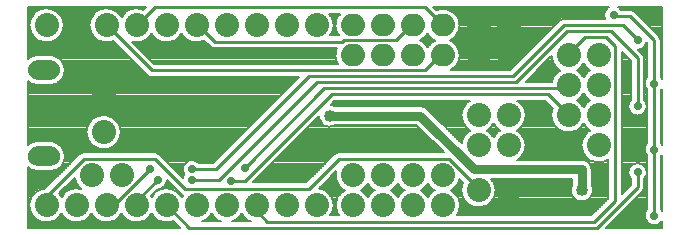
<source format=gbr>
G04 DipTrace 2.4.0.2*
%INBottom.gbr*%
%MOIN*%
%ADD14C,0.03*%
%ADD16C,0.01*%
%ADD17C,0.007*%
%ADD18C,0.08*%
%ADD20O,0.08X0.075*%
%ADD22C,0.08*%
%ADD23C,0.028*%
%ADD25C,0.04*%
%FSLAX44Y44*%
G04*
G70*
G90*
G75*
G01*
%LNBottom*%
%LPD*%
X11790Y4940D2*
D16*
Y4740D1*
X12140Y4390D1*
X23040D1*
X23740Y5090D1*
Y10240D1*
X23440Y10540D1*
X22740D1*
X22140Y9940D1*
X22190D1*
Y8940D2*
X22090Y8840D1*
X14040D1*
X11390Y6190D1*
X22190Y7940D2*
X21490Y8640D1*
X14290D1*
X11390Y5740D1*
X10940D1*
X9790Y10940D2*
Y10990D1*
X10390Y10390D1*
X14640D1*
X14690Y10440D1*
X16440D1*
X16940Y10940D1*
Y10990D1*
X16990Y10940D1*
X17990D2*
X17390Y11540D1*
X8390D1*
X7790Y10940D1*
X14234Y7934D2*
D14*
X17246D1*
X19040Y6140D1*
X22640D1*
Y5440D1*
X4790Y4940D2*
D16*
Y5240D1*
X6040Y6490D1*
X8390D1*
X9390Y5490D1*
X13540D1*
X14540Y6490D1*
X18190D1*
X19240Y5440D1*
X19190D1*
X23690Y11290D2*
Y11240D1*
X24240D1*
X25040Y10440D1*
Y8990D1*
Y6790D1*
Y4590D2*
Y6790D1*
X24490Y6038D2*
Y5540D1*
X23140Y4190D1*
X9540D1*
X8790Y4940D1*
X24490Y10440D2*
X23990Y10940D1*
X22040D1*
X20340Y9240D1*
X13540D1*
X10440Y6140D1*
X9640D1*
X8240D2*
X7040Y4940D1*
X6790D1*
X24490Y8243D2*
Y9840D1*
X23590Y10740D1*
X22140D1*
X20440Y9040D1*
X13790D1*
X10540Y5790D1*
X9640D1*
X8490D2*
X7640Y4940D1*
X7790D1*
X17990Y9940D2*
Y10040D1*
X17390Y9440D1*
X8290D1*
X6790Y10940D1*
D23*
X11390Y6190D3*
X10940Y5740D3*
D25*
X14234Y7934D3*
X22640Y5440D3*
D23*
X23690Y11290D3*
X24490Y6038D3*
Y10440D3*
X9640Y6140D3*
X8240D3*
X24490Y8243D3*
X9640Y5790D3*
X8490D3*
X25040Y8990D3*
Y6790D3*
Y4590D3*
X21690Y11290D3*
X4182Y11486D2*
D17*
X4629D1*
X4951D2*
X6629D1*
X6951D2*
X7629D1*
X7951D2*
X8022D1*
X17758D2*
X23446D1*
X23933D2*
X25298D1*
X4182Y11418D2*
X4476D1*
X5103D2*
X6476D1*
X7104D2*
X7476D1*
X18280D2*
X23403D1*
X24373D2*
X25298D1*
X4182Y11349D2*
X4389D1*
X5191D2*
X6389D1*
X7190D2*
X7390D1*
X18378D2*
X23381D1*
X24445D2*
X25298D1*
X4182Y11280D2*
X4328D1*
X5251D2*
X6329D1*
X7252D2*
X7328D1*
X14252D2*
X14535D1*
X18445D2*
X23376D1*
X24514D2*
X25298D1*
X4182Y11212D2*
X4284D1*
X5296D2*
X6285D1*
X14295D2*
X14488D1*
X18492D2*
X23386D1*
X24583D2*
X25298D1*
X4182Y11143D2*
X4253D1*
X5328D2*
X6253D1*
X14327D2*
X14455D1*
X18525D2*
X21954D1*
X24652D2*
X25298D1*
X4182Y11074D2*
X4231D1*
X5348D2*
X6231D1*
X14349D2*
X14432D1*
X18548D2*
X21860D1*
X24721D2*
X25298D1*
X4182Y11005D2*
X4219D1*
X5361D2*
X6219D1*
X14361D2*
X14419D1*
X18561D2*
X21791D1*
X24789D2*
X25298D1*
X4182Y10937D2*
X4216D1*
X5365D2*
X6215D1*
X14364D2*
X14416D1*
X18564D2*
X21722D1*
X24858D2*
X25298D1*
X4182Y10868D2*
X4220D1*
X5361D2*
X6220D1*
X14360D2*
X14420D1*
X18560D2*
X21653D1*
X24927D2*
X25298D1*
X4182Y10799D2*
X4233D1*
X5347D2*
X6234D1*
X14347D2*
X14433D1*
X18546D2*
X21584D1*
X24996D2*
X25298D1*
X4182Y10731D2*
X4255D1*
X5324D2*
X6255D1*
X14325D2*
X14457D1*
X18523D2*
X21517D1*
X25064D2*
X25298D1*
X4182Y10662D2*
X4288D1*
X5292D2*
X6288D1*
X14292D2*
X14492D1*
X18488D2*
X21448D1*
X25132D2*
X25298D1*
X4182Y10593D2*
X4334D1*
X5247D2*
X6333D1*
X8247D2*
X8334D1*
X9247D2*
X9333D1*
X17440D2*
X17541D1*
X18440D2*
X21379D1*
X25201D2*
X25298D1*
X4182Y10525D2*
X4396D1*
X5184D2*
X6397D1*
X8183D2*
X8396D1*
X9184D2*
X9397D1*
X17371D2*
X17609D1*
X18371D2*
X21310D1*
X25247D2*
X25298D1*
X4182Y10456D2*
X4487D1*
X5094D2*
X6486D1*
X8094D2*
X8487D1*
X9093D2*
X9486D1*
X17267D2*
X17712D1*
X18267D2*
X21241D1*
X25263D2*
X25298D1*
X4182Y10387D2*
X4653D1*
X4926D2*
X6654D1*
X6926D2*
X7028D1*
X7926D2*
X8654D1*
X8926D2*
X9654D1*
X9926D2*
X10078D1*
X17329D2*
X17651D1*
X18329D2*
X21173D1*
X25265D2*
X25298D1*
X4182Y10319D2*
X7097D1*
X7726D2*
X10147D1*
X17410D2*
X17569D1*
X18411D2*
X21104D1*
X24780D2*
X24816D1*
X25265D2*
X25298D1*
X4182Y10250D2*
X7165D1*
X7795D2*
X10216D1*
X17467D2*
X17512D1*
X18467D2*
X21035D1*
X24738D2*
X24815D1*
X25265D2*
X25298D1*
X4182Y10181D2*
X7234D1*
X7863D2*
X10322D1*
X18508D2*
X20966D1*
X24663D2*
X24815D1*
X25265D2*
X25298D1*
X4182Y10113D2*
X7303D1*
X7932D2*
X14443D1*
X18537D2*
X20897D1*
X24532D2*
X24815D1*
X25265D2*
X25298D1*
X4182Y10044D2*
X7371D1*
X8001D2*
X14426D1*
X18554D2*
X20830D1*
X24601D2*
X24815D1*
X25265D2*
X25298D1*
X4182Y9975D2*
X7440D1*
X8070D2*
X14417D1*
X18563D2*
X20761D1*
X23964D2*
X24040D1*
X24667D2*
X24815D1*
X25265D2*
X25298D1*
X4182Y9906D2*
X4297D1*
X5107D2*
X7509D1*
X8139D2*
X14417D1*
X18563D2*
X20692D1*
X23964D2*
X24109D1*
X24705D2*
X24815D1*
X25265D2*
X25298D1*
X5207Y9838D2*
X7578D1*
X8206D2*
X14425D1*
X18554D2*
X20623D1*
X21552D2*
X21625D1*
X23964D2*
X24178D1*
X24714D2*
X24815D1*
X25265D2*
X25298D1*
X5291Y9769D2*
X7647D1*
X8275D2*
X14443D1*
X18537D2*
X20554D1*
X21483D2*
X21641D1*
X23964D2*
X24247D1*
X24714D2*
X24815D1*
X25265D2*
X25298D1*
X5332Y9700D2*
X7714D1*
X8344D2*
X14472D1*
X18508D2*
X20486D1*
X21416D2*
X21669D1*
X23964D2*
X24265D1*
X24714D2*
X24815D1*
X25265D2*
X25298D1*
X5365Y9632D2*
X7783D1*
X18468D2*
X20417D1*
X21347D2*
X21707D1*
X22673D2*
X22706D1*
X23964D2*
X24265D1*
X24714D2*
X24815D1*
X25265D2*
X25298D1*
X5394Y9563D2*
X7852D1*
X18412D2*
X20348D1*
X21278D2*
X21758D1*
X22621D2*
X22759D1*
X23964D2*
X24265D1*
X24714D2*
X24815D1*
X25265D2*
X25298D1*
X5400Y9494D2*
X7921D1*
X18331D2*
X20279D1*
X21209D2*
X21832D1*
X22549D2*
X22831D1*
X23964D2*
X24265D1*
X24714D2*
X24815D1*
X25265D2*
X25298D1*
X5400Y9426D2*
X7990D1*
X21140D2*
X21889D1*
X22491D2*
X22889D1*
X23964D2*
X24265D1*
X24714D2*
X24815D1*
X25265D2*
X25298D1*
X5399Y9357D2*
X8058D1*
X21072D2*
X21798D1*
X22582D2*
X22798D1*
X23964D2*
X24265D1*
X24714D2*
X24815D1*
X25265D2*
X25298D1*
X5377Y9288D2*
X8127D1*
X21003D2*
X21735D1*
X22645D2*
X22735D1*
X23964D2*
X24265D1*
X24714D2*
X24815D1*
X25265D2*
X25298D1*
X5344Y9220D2*
X13205D1*
X20934D2*
X21689D1*
X23964D2*
X24265D1*
X24714D2*
X24815D1*
X25265D2*
X25298D1*
X5310Y9151D2*
X13136D1*
X20866D2*
X21657D1*
X23964D2*
X24265D1*
X24714D2*
X24770D1*
X5240Y9082D2*
X13067D1*
X20797D2*
X21634D1*
X23964D2*
X24265D1*
X24714D2*
X24740D1*
X4182Y9014D2*
X4249D1*
X5154D2*
X12998D1*
X23964D2*
X24265D1*
X4182Y8945D2*
X4492D1*
X4911D2*
X12931D1*
X23964D2*
X24265D1*
X4182Y8876D2*
X12862D1*
X23964D2*
X24265D1*
X24714D2*
X24747D1*
X4182Y8807D2*
X12793D1*
X23964D2*
X24265D1*
X24714D2*
X24786D1*
X4182Y8739D2*
X12724D1*
X23964D2*
X24265D1*
X24714D2*
X24815D1*
X25265D2*
X25298D1*
X4182Y8670D2*
X12655D1*
X23964D2*
X24265D1*
X24714D2*
X24815D1*
X25265D2*
X25298D1*
X4182Y8601D2*
X12587D1*
X22653D2*
X22727D1*
X23964D2*
X24265D1*
X24714D2*
X24815D1*
X25265D2*
X25298D1*
X4182Y8533D2*
X12518D1*
X22593D2*
X22787D1*
X23964D2*
X24265D1*
X24714D2*
X24815D1*
X25265D2*
X25298D1*
X4182Y8464D2*
X12449D1*
X22506D2*
X22874D1*
X23964D2*
X24265D1*
X24714D2*
X24815D1*
X25265D2*
X25298D1*
X4182Y8395D2*
X12380D1*
X14360D2*
X18844D1*
X20536D2*
X21420D1*
X22536D2*
X22844D1*
X23964D2*
X24216D1*
X24764D2*
X24815D1*
X25265D2*
X25298D1*
X4182Y8327D2*
X12312D1*
X14291D2*
X18768D1*
X20613D2*
X21488D1*
X22612D2*
X22768D1*
X23964D2*
X24187D1*
X24793D2*
X24815D1*
X25265D2*
X25298D1*
X4182Y8258D2*
X12244D1*
X14416D2*
X18713D1*
X20668D2*
X21557D1*
X22667D2*
X22713D1*
X23964D2*
X24175D1*
X25265D2*
X25298D1*
X4182Y8189D2*
X12175D1*
X17442D2*
X18673D1*
X20707D2*
X21626D1*
X23964D2*
X24180D1*
X25265D2*
X25298D1*
X4182Y8121D2*
X12106D1*
X17515D2*
X18645D1*
X20735D2*
X21644D1*
X23964D2*
X24201D1*
X24779D2*
X24816D1*
X25265D2*
X25298D1*
X4182Y8052D2*
X12037D1*
X17584D2*
X18627D1*
X20754D2*
X21627D1*
X23964D2*
X24242D1*
X24738D2*
X24815D1*
X25265D2*
X25298D1*
X4182Y7983D2*
X11968D1*
X17653D2*
X18617D1*
X20763D2*
X21617D1*
X23964D2*
X24318D1*
X24662D2*
X24815D1*
X25265D2*
X25298D1*
X4182Y7915D2*
X6492D1*
X6888D2*
X11900D1*
X17722D2*
X18616D1*
X20764D2*
X21616D1*
X23964D2*
X24815D1*
X25265D2*
X25298D1*
X4182Y7846D2*
X6358D1*
X7022D2*
X11831D1*
X13811D2*
X13871D1*
X17790D2*
X18624D1*
X20757D2*
X21624D1*
X23964D2*
X24815D1*
X25265D2*
X25298D1*
X4182Y7777D2*
X6277D1*
X7103D2*
X11762D1*
X13742D2*
X13895D1*
X17859D2*
X18639D1*
X20741D2*
X21639D1*
X23964D2*
X24815D1*
X25265D2*
X25298D1*
X4182Y7708D2*
X6220D1*
X7160D2*
X11694D1*
X13673D2*
X13938D1*
X17928D2*
X18665D1*
X20716D2*
X21665D1*
X23964D2*
X24815D1*
X25265D2*
X25298D1*
X4182Y7640D2*
X6178D1*
X7201D2*
X11625D1*
X13604D2*
X14008D1*
X17997D2*
X18701D1*
X19679D2*
X19702D1*
X20678D2*
X21701D1*
X22679D2*
X22701D1*
X23964D2*
X24815D1*
X25265D2*
X25298D1*
X4182Y7571D2*
X6148D1*
X7232D2*
X11557D1*
X13536D2*
X14172D1*
X14298D2*
X17152D1*
X18066D2*
X18752D1*
X19628D2*
X19751D1*
X20628D2*
X21752D1*
X22629D2*
X22751D1*
X23964D2*
X24815D1*
X25265D2*
X25298D1*
X4182Y7502D2*
X6129D1*
X7252D2*
X11488D1*
X13467D2*
X17221D1*
X18133D2*
X18822D1*
X19558D2*
X19821D1*
X20558D2*
X21822D1*
X22559D2*
X22821D1*
X23964D2*
X24815D1*
X25265D2*
X25298D1*
X4182Y7434D2*
X6118D1*
X7263D2*
X11419D1*
X13398D2*
X17290D1*
X18202D2*
X18904D1*
X19476D2*
X19903D1*
X20477D2*
X21927D1*
X22454D2*
X22903D1*
X23964D2*
X24815D1*
X25265D2*
X25298D1*
X4182Y7365D2*
X6115D1*
X7265D2*
X11350D1*
X13330D2*
X17359D1*
X18271D2*
X18807D1*
X19573D2*
X19807D1*
X20573D2*
X22807D1*
X23964D2*
X24815D1*
X25265D2*
X25298D1*
X4182Y7296D2*
X6122D1*
X7258D2*
X11281D1*
X13261D2*
X17427D1*
X18340D2*
X18742D1*
X19638D2*
X19741D1*
X20639D2*
X22742D1*
X23964D2*
X24815D1*
X25265D2*
X25298D1*
X4182Y7228D2*
X6136D1*
X7244D2*
X11213D1*
X13193D2*
X17496D1*
X18409D2*
X18694D1*
X20686D2*
X22693D1*
X23964D2*
X24815D1*
X25265D2*
X25298D1*
X4182Y7159D2*
X6160D1*
X7220D2*
X11144D1*
X13124D2*
X17565D1*
X18477D2*
X18660D1*
X20721D2*
X22659D1*
X23964D2*
X24815D1*
X25265D2*
X25298D1*
X4182Y7090D2*
X6195D1*
X7185D2*
X11076D1*
X13055D2*
X17634D1*
X18546D2*
X18636D1*
X20744D2*
X22635D1*
X23964D2*
X24815D1*
X25265D2*
X25298D1*
X4182Y7022D2*
X4272D1*
X5132D2*
X6243D1*
X7137D2*
X11007D1*
X12986D2*
X17703D1*
X20758D2*
X22621D1*
X23964D2*
X24815D1*
X25265D2*
X25298D1*
X5222Y6953D2*
X6309D1*
X7071D2*
X10938D1*
X12917D2*
X17770D1*
X20765D2*
X22616D1*
X23964D2*
X24773D1*
X5300Y6884D2*
X6407D1*
X6973D2*
X10870D1*
X12849D2*
X17839D1*
X20762D2*
X22618D1*
X23964D2*
X24740D1*
X5338Y6816D2*
X6625D1*
X6755D2*
X10801D1*
X12781D2*
X17908D1*
X20751D2*
X22629D1*
X23964D2*
X24727D1*
X5370Y6747D2*
X10732D1*
X12712D2*
X17977D1*
X20731D2*
X22650D1*
X23964D2*
X24729D1*
X5397Y6678D2*
X5924D1*
X8506D2*
X10663D1*
X12643D2*
X14424D1*
X20700D2*
X22679D1*
X23964D2*
X24746D1*
X5400Y6609D2*
X5845D1*
X8585D2*
X10594D1*
X12574D2*
X14345D1*
X20659D2*
X22722D1*
X23964D2*
X24784D1*
X5400Y6541D2*
X5776D1*
X8654D2*
X10527D1*
X12506D2*
X14276D1*
X20601D2*
X22780D1*
X23964D2*
X24815D1*
X25265D2*
X25298D1*
X5398Y6472D2*
X5707D1*
X8723D2*
X10458D1*
X12437D2*
X14207D1*
X20519D2*
X22862D1*
X23964D2*
X24815D1*
X25265D2*
X25298D1*
X5373Y6403D2*
X5639D1*
X8792D2*
X9474D1*
X9806D2*
X10389D1*
X12368D2*
X14139D1*
X22824D2*
X22997D1*
X23382D2*
X23516D1*
X23964D2*
X24815D1*
X25265D2*
X25298D1*
X5339Y6335D2*
X5570D1*
X8861D2*
X9394D1*
X12299D2*
X14070D1*
X22898D2*
X23516D1*
X23964D2*
X24402D1*
X24578D2*
X24815D1*
X25265D2*
X25298D1*
X5303Y6266D2*
X5502D1*
X8928D2*
X9353D1*
X12230D2*
X14001D1*
X22938D2*
X23516D1*
X23964D2*
X24276D1*
X24703D2*
X24815D1*
X25265D2*
X25298D1*
X5227Y6197D2*
X5433D1*
X8997D2*
X9331D1*
X12163D2*
X13932D1*
X22959D2*
X23516D1*
X23964D2*
X24220D1*
X24760D2*
X24815D1*
X25265D2*
X25298D1*
X4182Y6129D2*
X4265D1*
X5138D2*
X5364D1*
X9066D2*
X9326D1*
X12094D2*
X13864D1*
X22964D2*
X23516D1*
X23964D2*
X24189D1*
X24791D2*
X24815D1*
X25265D2*
X25298D1*
X4182Y6060D2*
X5295D1*
X9135D2*
X9337D1*
X12025D2*
X13796D1*
X22964D2*
X23516D1*
X23964D2*
X24177D1*
X25265D2*
X25298D1*
X4182Y5991D2*
X5226D1*
X9204D2*
X9364D1*
X11956D2*
X13727D1*
X14356D2*
X14428D1*
X22964D2*
X23516D1*
X23964D2*
X24179D1*
X25265D2*
X25298D1*
X4182Y5923D2*
X5158D1*
X9272D2*
X9355D1*
X11887D2*
X13658D1*
X14288D2*
X14426D1*
X22964D2*
X23516D1*
X23964D2*
X24198D1*
X24782D2*
X24816D1*
X25265D2*
X25298D1*
X4182Y5854D2*
X5089D1*
X11819D2*
X13589D1*
X14219D2*
X14432D1*
X22964D2*
X23516D1*
X23964D2*
X24237D1*
X24743D2*
X24815D1*
X25265D2*
X25298D1*
X4182Y5785D2*
X5021D1*
X5650D2*
X5737D1*
X11750D2*
X13520D1*
X14150D2*
X14447D1*
X18553D2*
X18580D1*
X19647D2*
X22315D1*
X22964D2*
X23516D1*
X23964D2*
X24265D1*
X24714D2*
X24815D1*
X25265D2*
X25298D1*
X4182Y5717D2*
X4952D1*
X5581D2*
X5761D1*
X8796D2*
X8849D1*
X11681D2*
X13452D1*
X14081D2*
X14472D1*
X18529D2*
X18649D1*
X19693D2*
X22315D1*
X22964D2*
X23516D1*
X23964D2*
X24265D1*
X24714D2*
X24815D1*
X25265D2*
X25298D1*
X4182Y5648D2*
X4883D1*
X5513D2*
X5796D1*
X8770D2*
X8918D1*
X14012D2*
X14507D1*
X18493D2*
X18655D1*
X19725D2*
X22315D1*
X22964D2*
X23516D1*
X23964D2*
X24265D1*
X24714D2*
X24815D1*
X25265D2*
X25298D1*
X4182Y5579D2*
X4815D1*
X5444D2*
X5845D1*
X8721D2*
X8987D1*
X13944D2*
X14555D1*
X15445D2*
X15554D1*
X16446D2*
X16555D1*
X17445D2*
X17555D1*
X18445D2*
X18632D1*
X19748D2*
X22293D1*
X22987D2*
X23516D1*
X23964D2*
X24215D1*
X24714D2*
X24815D1*
X25265D2*
X25298D1*
X4182Y5510D2*
X4746D1*
X5375D2*
X5912D1*
X8625D2*
X9054D1*
X13875D2*
X14622D1*
X15378D2*
X15622D1*
X16378D2*
X16622D1*
X17378D2*
X17622D1*
X18378D2*
X18620D1*
X19760D2*
X22272D1*
X23008D2*
X23516D1*
X23964D2*
X24146D1*
X24712D2*
X24815D1*
X25265D2*
X25298D1*
X4182Y5442D2*
X4517D1*
X5307D2*
X5518D1*
X8457D2*
X8517D1*
X9062D2*
X9123D1*
X14062D2*
X14721D1*
X15279D2*
X15721D1*
X16279D2*
X16722D1*
X17279D2*
X17721D1*
X18279D2*
X18616D1*
X19764D2*
X22266D1*
X23015D2*
X23516D1*
X23964D2*
X24077D1*
X24691D2*
X24815D1*
X25265D2*
X25298D1*
X4182Y5373D2*
X4416D1*
X5238D2*
X5417D1*
X8388D2*
X8417D1*
X9163D2*
X9192D1*
X14164D2*
X14626D1*
X15374D2*
X15627D1*
X16373D2*
X16626D1*
X17374D2*
X17626D1*
X18374D2*
X18619D1*
X19761D2*
X22271D1*
X23008D2*
X23516D1*
X23964D2*
X24008D1*
X24638D2*
X24815D1*
X25265D2*
X25298D1*
X4182Y5304D2*
X4348D1*
X5233D2*
X5348D1*
X8319D2*
X8347D1*
X9232D2*
X9270D1*
X14232D2*
X14558D1*
X15442D2*
X15558D1*
X16442D2*
X16557D1*
X17442D2*
X17558D1*
X18442D2*
X18632D1*
X19748D2*
X22291D1*
X22988D2*
X23516D1*
X24569D2*
X24815D1*
X25265D2*
X25298D1*
X4182Y5236D2*
X4299D1*
X14281D2*
X14509D1*
X18491D2*
X18653D1*
X19727D2*
X22327D1*
X22952D2*
X23516D1*
X24500D2*
X24815D1*
X25265D2*
X25298D1*
X4182Y5167D2*
X4263D1*
X14317D2*
X14473D1*
X18527D2*
X18686D1*
X19694D2*
X22387D1*
X22893D2*
X23503D1*
X24432D2*
X24815D1*
X25265D2*
X25298D1*
X4182Y5098D2*
X4237D1*
X14342D2*
X14448D1*
X18552D2*
X18730D1*
X19650D2*
X22498D1*
X22783D2*
X23434D1*
X24363D2*
X24815D1*
X25265D2*
X25298D1*
X4182Y5030D2*
X4222D1*
X14358D2*
X14432D1*
X18568D2*
X18791D1*
X19589D2*
X23365D1*
X24294D2*
X24815D1*
X25265D2*
X25298D1*
X4182Y4961D2*
X4216D1*
X14364D2*
X14426D1*
X18574D2*
X18878D1*
X19502D2*
X23296D1*
X24226D2*
X24815D1*
X25265D2*
X25298D1*
X4182Y4892D2*
X4218D1*
X14362D2*
X14428D1*
X18573D2*
X19034D1*
X19346D2*
X23227D1*
X24157D2*
X24815D1*
X25265D2*
X25298D1*
X4182Y4824D2*
X4228D1*
X14352D2*
X14438D1*
X18562D2*
X23159D1*
X24089D2*
X24815D1*
X25265D2*
X25298D1*
X4182Y4755D2*
X4246D1*
X14334D2*
X14456D1*
X18543D2*
X23090D1*
X24020D2*
X24774D1*
X4182Y4686D2*
X4276D1*
X14305D2*
X14485D1*
X18515D2*
X23022D1*
X23951D2*
X24741D1*
X4182Y4618D2*
X4316D1*
X5264D2*
X5316D1*
X6264D2*
X6316D1*
X7264D2*
X7317D1*
X8264D2*
X8316D1*
X10264D2*
X10315D1*
X11265D2*
X11316D1*
X14264D2*
X14526D1*
X18475D2*
X22953D1*
X23882D2*
X24727D1*
X4182Y4549D2*
X4372D1*
X5208D2*
X5372D1*
X6208D2*
X6371D1*
X7208D2*
X7372D1*
X8209D2*
X8372D1*
X10208D2*
X10371D1*
X11209D2*
X11372D1*
X23813D2*
X24728D1*
X4182Y4480D2*
X4451D1*
X5130D2*
X5450D1*
X6129D2*
X6450D1*
X7130D2*
X7450D1*
X8130D2*
X8451D1*
X10129D2*
X10450D1*
X11130D2*
X11451D1*
X23745D2*
X24745D1*
X4182Y4411D2*
X4577D1*
X5004D2*
X5576D1*
X6004D2*
X6576D1*
X7004D2*
X7576D1*
X8004D2*
X8576D1*
X10003D2*
X10576D1*
X11004D2*
X11577D1*
X23676D2*
X24782D1*
X4182Y4343D2*
X9073D1*
X23608D2*
X24850D1*
X25230D2*
X25298D1*
X4182Y4274D2*
X9141D1*
X23539D2*
X25298D1*
X4182Y4205D2*
X9210D1*
X23470D2*
X25298D1*
X23522Y6480D2*
X23473Y6448D1*
X23411Y6417D1*
X23345Y6394D1*
X23276Y6379D1*
X23207Y6373D1*
X23137Y6375D1*
X23068Y6386D1*
X23000Y6405D1*
X22936Y6432D1*
X22876Y6467D1*
X22820Y6510D1*
X22770Y6558D1*
X22726Y6613D1*
X22689Y6672D1*
X22660Y6736D1*
X22639Y6803D1*
X22626Y6872D1*
X22622Y6941D1*
X22627Y7011D1*
X22640Y7080D1*
X22661Y7147D1*
X22691Y7210D1*
X22728Y7269D1*
X22772Y7324D1*
X22822Y7372D1*
X22878Y7414D1*
X22922Y7440D1*
X22876Y7467D1*
X22820Y7510D1*
X22770Y7558D1*
X22726Y7613D1*
X22690Y7671D1*
X22653Y7612D1*
X22609Y7557D1*
X22559Y7509D1*
X22503Y7466D1*
X22443Y7432D1*
X22378Y7404D1*
X22311Y7385D1*
X22242Y7375D1*
X22172Y7373D1*
X22102Y7379D1*
X22034Y7394D1*
X21968Y7418D1*
X21905Y7449D1*
X21847Y7488D1*
X21794Y7533D1*
X21747Y7585D1*
X21707Y7642D1*
X21674Y7704D1*
X21649Y7769D1*
X21632Y7837D1*
X21623Y7906D1*
Y7976D1*
X21632Y8046D1*
X21649Y8114D1*
X21665Y8157D1*
X21400Y8423D1*
X20489Y8422D1*
X20534Y8392D1*
X20587Y8346D1*
X20634Y8294D1*
X20674Y8237D1*
X20707Y8175D1*
X20732Y8109D1*
X20749Y8042D1*
X20757Y7972D1*
Y7905D1*
X20748Y7836D1*
X20731Y7768D1*
X20706Y7703D1*
X20673Y7641D1*
X20632Y7584D1*
X20585Y7532D1*
X20532Y7487D1*
X20473Y7448D1*
X20459Y7440D1*
X20506Y7412D1*
X20561Y7369D1*
X20611Y7321D1*
X20655Y7266D1*
X20691Y7206D1*
X20720Y7143D1*
X20741Y7076D1*
X20754Y7007D1*
X20758Y6940D1*
X20753Y6870D1*
X20741Y6801D1*
X20719Y6735D1*
X20690Y6671D1*
X20653Y6612D1*
X20609Y6557D1*
X20559Y6509D1*
X20503Y6466D1*
X20489Y6458D1*
X22640D1*
X22675Y6456D1*
X22709Y6450D1*
X22743Y6441D1*
X22776Y6427D1*
X22806Y6411D1*
X22835Y6391D1*
X22861Y6368D1*
X22885Y6342D1*
X22906Y6314D1*
X22923Y6284D1*
X22937Y6252D1*
X22948Y6218D1*
X22955Y6184D1*
X22958Y6140D1*
Y5625D1*
X22981Y5577D1*
X23001Y5510D1*
X23008Y5440D1*
X23001Y5370D1*
X22981Y5303D1*
X22949Y5241D1*
X22906Y5186D1*
X22853Y5141D1*
X22793Y5106D1*
X22727Y5083D1*
X22658Y5073D1*
X22588Y5076D1*
X22520Y5092D1*
X22456Y5121D1*
X22399Y5162D1*
X22351Y5213D1*
X22313Y5271D1*
X22287Y5336D1*
X22274Y5405D1*
Y5475D1*
X22287Y5543D1*
X22313Y5608D1*
X22322Y5624D1*
Y5822D1*
X21205D1*
X19611Y5821D1*
X19655Y5766D1*
X19691Y5706D1*
X19720Y5643D1*
X19741Y5576D1*
X19754Y5507D1*
X19758Y5440D1*
X19753Y5370D1*
X19741Y5301D1*
X19719Y5235D1*
X19690Y5171D1*
X19653Y5112D1*
X19609Y5057D1*
X19559Y5009D1*
X19503Y4966D1*
X19443Y4932D1*
X19378Y4904D1*
X19311Y4885D1*
X19242Y4875D1*
X19172Y4873D1*
X19102Y4879D1*
X19034Y4894D1*
X18968Y4918D1*
X18905Y4949D1*
X18847Y4988D1*
X18794Y5033D1*
X18747Y5085D1*
X18707Y5142D1*
X18674Y5204D1*
X18649Y5269D1*
X18632Y5337D1*
X18623Y5406D1*
Y5476D1*
X18632Y5546D1*
X18649Y5614D1*
X18675Y5679D1*
X18681Y5691D1*
X18555Y5817D1*
X18529Y5735D1*
X18500Y5671D1*
X18463Y5612D1*
X18419Y5557D1*
X18369Y5509D1*
X18313Y5466D1*
X18269Y5440D1*
X18316Y5412D1*
X18371Y5369D1*
X18421Y5321D1*
X18465Y5266D1*
X18501Y5206D1*
X18530Y5143D1*
X18551Y5076D1*
X18564Y5007D1*
X18568Y4940D1*
X18563Y4870D1*
X18551Y4801D1*
X18529Y4735D1*
X18500Y4671D1*
X18460Y4607D1*
X22950Y4608D1*
X23523Y5180D1*
X23522Y6480D1*
X22690Y8209D2*
X22728Y8269D1*
X22772Y8324D1*
X22822Y8372D1*
X22878Y8414D1*
X22922Y8440D1*
X22876Y8467D1*
X22820Y8510D1*
X22770Y8558D1*
X22726Y8613D1*
X22690Y8671D1*
X22653Y8612D1*
X22609Y8557D1*
X22559Y8509D1*
X22503Y8466D1*
X22459Y8440D1*
X22506Y8412D1*
X22561Y8369D1*
X22611Y8321D1*
X22655Y8266D1*
X22690Y8209D1*
Y9209D2*
X22728Y9269D1*
X22772Y9324D1*
X22822Y9372D1*
X22878Y9414D1*
X22922Y9440D1*
X22876Y9467D1*
X22820Y9509D1*
X22770Y9558D1*
X22726Y9613D1*
X22690Y9671D1*
X22653Y9612D1*
X22609Y9557D1*
X22559Y9509D1*
X22503Y9466D1*
X22459Y9440D1*
X22506Y9412D1*
X22561Y9369D1*
X22611Y9321D1*
X22655Y9266D1*
X22690Y9209D1*
X21635Y9058D2*
X21649Y9114D1*
X21675Y9179D1*
X21708Y9240D1*
X21749Y9297D1*
X21796Y9349D1*
X21849Y9394D1*
X21908Y9433D1*
X21922Y9440D1*
X21876Y9467D1*
X21820Y9510D1*
X21770Y9558D1*
X21726Y9613D1*
X21689Y9672D1*
X21660Y9736D1*
X21639Y9803D1*
X21626Y9872D1*
X21623Y9916D1*
X21378Y9670D1*
X20765Y9057D1*
X21355Y9058D1*
X21634D1*
X5357Y10905D2*
X5348Y10836D1*
X5331Y10768D1*
X5306Y10703D1*
X5273Y10641D1*
X5232Y10584D1*
X5185Y10532D1*
X5132Y10487D1*
X5074Y10448D1*
X5011Y10417D1*
X4945Y10394D1*
X4877Y10379D1*
X4807Y10372D1*
X4737Y10375D1*
X4668Y10385D1*
X4601Y10405D1*
X4536Y10432D1*
X4476Y10467D1*
X4420Y10509D1*
X4370Y10558D1*
X4326Y10613D1*
X4289Y10672D1*
X4260Y10736D1*
X4239Y10803D1*
X4226Y10871D1*
X4222Y10941D1*
X4227Y11011D1*
X4240Y11080D1*
X4261Y11146D1*
X4290Y11210D1*
X4327Y11269D1*
X4371Y11324D1*
X4422Y11372D1*
X4478Y11414D1*
X4538Y11449D1*
X4603Y11476D1*
X4670Y11495D1*
X4739Y11506D1*
X4809Y11507D1*
X4879Y11501D1*
X4947Y11486D1*
X5013Y11462D1*
X5076Y11431D1*
X5134Y11392D1*
X5187Y11346D1*
X5234Y11294D1*
X5274Y11237D1*
X5307Y11175D1*
X5332Y11110D1*
X5349Y11042D1*
X5357Y10973D1*
Y10905D1*
X7008Y10416D2*
X6945Y10394D1*
X6876Y10379D1*
X6807Y10373D1*
X6737Y10375D1*
X6668Y10386D1*
X6600Y10405D1*
X6536Y10432D1*
X6476Y10467D1*
X6420Y10510D1*
X6370Y10558D1*
X6326Y10613D1*
X6289Y10672D1*
X6260Y10736D1*
X6239Y10803D1*
X6226Y10872D1*
X6222Y10941D1*
X6227Y11011D1*
X6240Y11080D1*
X6261Y11147D1*
X6291Y11210D1*
X6328Y11269D1*
X6372Y11324D1*
X6422Y11372D1*
X6478Y11414D1*
X6539Y11449D1*
X6603Y11476D1*
X6671Y11495D1*
X6740Y11505D1*
X6810Y11507D1*
X6879Y11501D1*
X6948Y11485D1*
X7013Y11462D1*
X7076Y11430D1*
X7134Y11392D1*
X7187Y11346D1*
X7234Y11294D1*
X7274Y11237D1*
X7291Y11210D1*
X7328Y11269D1*
X7372Y11324D1*
X7422Y11372D1*
X7478Y11414D1*
X7539Y11449D1*
X7603Y11476D1*
X7671Y11495D1*
X7740Y11505D1*
X7810Y11507D1*
X7879Y11501D1*
X7948Y11485D1*
X8007Y11465D1*
X8098Y11556D1*
X7700Y11555D1*
X4175D1*
Y9815D1*
X4255Y9880D1*
X4285Y9899D1*
X4322Y9912D1*
X4468Y9945D1*
X4505Y9950D1*
X4899D1*
X4936Y9945D1*
X5081Y9912D1*
X5114Y9901D1*
X5148Y9880D1*
X5265Y9787D1*
X5290Y9762D1*
X5311Y9729D1*
X5376Y9594D1*
X5388Y9561D1*
X5393Y9522D1*
Y9373D1*
X5389Y9338D1*
X5376Y9300D1*
X5311Y9166D1*
X5293Y9136D1*
X5265Y9107D1*
X5148Y9014D1*
X5119Y8996D1*
X5081Y8982D1*
X4936Y8949D1*
X4899Y8945D1*
X4505D1*
X4468Y8949D1*
X4322Y8982D1*
X4289Y8993D1*
X4255Y9014D1*
X4176Y9078D1*
X4175Y8650D1*
Y6943D1*
X4255Y7006D1*
X4285Y7025D1*
X4322Y7038D1*
X4468Y7071D1*
X4505Y7076D1*
X4899D1*
X4936Y7071D1*
X5081Y7038D1*
X5114Y7027D1*
X5148Y7006D1*
X5265Y6913D1*
X5290Y6888D1*
X5311Y6855D1*
X5376Y6720D1*
X5388Y6687D1*
X5393Y6648D1*
Y6499D1*
X5389Y6464D1*
X5376Y6426D1*
X5311Y6292D1*
X5293Y6262D1*
X5265Y6233D1*
X5148Y6140D1*
X5119Y6122D1*
X5081Y6108D1*
X4936Y6075D1*
X4899Y6071D1*
X4505D1*
X4468Y6075D1*
X4322Y6108D1*
X4289Y6119D1*
X4255Y6140D1*
X4176Y6204D1*
X4175Y5850D1*
Y4175D1*
X9247D1*
X9006Y4416D1*
X8945Y4394D1*
X8876Y4379D1*
X8807Y4373D1*
X8737Y4375D1*
X8668Y4386D1*
X8600Y4405D1*
X8536Y4432D1*
X8476Y4467D1*
X8420Y4510D1*
X8370Y4558D1*
X8326Y4613D1*
X8290Y4671D1*
X8253Y4612D1*
X8209Y4557D1*
X8159Y4509D1*
X8103Y4466D1*
X8043Y4432D1*
X7978Y4404D1*
X7911Y4385D1*
X7842Y4375D1*
X7772Y4373D1*
X7702Y4379D1*
X7634Y4394D1*
X7568Y4418D1*
X7505Y4449D1*
X7447Y4488D1*
X7394Y4533D1*
X7347Y4585D1*
X7307Y4642D1*
X7290Y4671D1*
X7253Y4612D1*
X7209Y4557D1*
X7159Y4509D1*
X7103Y4466D1*
X7043Y4432D1*
X6978Y4404D1*
X6911Y4385D1*
X6842Y4375D1*
X6772Y4373D1*
X6702Y4379D1*
X6634Y4394D1*
X6568Y4418D1*
X6505Y4449D1*
X6447Y4488D1*
X6394Y4533D1*
X6347Y4585D1*
X6307Y4642D1*
X6290Y4671D1*
X6253Y4612D1*
X6209Y4557D1*
X6159Y4509D1*
X6103Y4466D1*
X6043Y4432D1*
X5978Y4404D1*
X5911Y4385D1*
X5842Y4375D1*
X5772Y4373D1*
X5702Y4379D1*
X5634Y4394D1*
X5568Y4418D1*
X5505Y4449D1*
X5447Y4488D1*
X5394Y4533D1*
X5347Y4585D1*
X5307Y4642D1*
X5290Y4671D1*
X5253Y4612D1*
X5209Y4557D1*
X5159Y4509D1*
X5103Y4466D1*
X5043Y4432D1*
X4978Y4404D1*
X4911Y4385D1*
X4842Y4375D1*
X4772Y4373D1*
X4702Y4379D1*
X4634Y4394D1*
X4568Y4418D1*
X4505Y4449D1*
X4447Y4488D1*
X4394Y4533D1*
X4347Y4585D1*
X4307Y4642D1*
X4274Y4704D1*
X4249Y4769D1*
X4232Y4837D1*
X4223Y4906D1*
Y4976D1*
X4232Y5046D1*
X4249Y5114D1*
X4275Y5179D1*
X4308Y5240D1*
X4349Y5297D1*
X4396Y5349D1*
X4449Y5394D1*
X4508Y5433D1*
X4571Y5464D1*
X4637Y5487D1*
X4705Y5501D1*
X4747Y5506D1*
X5886Y6644D1*
X5913Y6667D1*
X5943Y6685D1*
X5975Y6698D1*
X6009Y6706D1*
X6040Y6708D1*
X8390D1*
X8425Y6705D1*
X8459Y6697D1*
X8491Y6683D1*
X8521Y6664D1*
X8544Y6644D1*
X9338Y5850D1*
X9355Y5905D1*
X9370Y5937D1*
X9388Y5966D1*
X9374Y5986D1*
X9358Y6017D1*
X9346Y6050D1*
X9337Y6084D1*
X9333Y6118D1*
Y6153D1*
X9336Y6188D1*
X9343Y6222D1*
X9355Y6255D1*
X9370Y6287D1*
X9388Y6317D1*
X9410Y6344D1*
X9434Y6369D1*
X9462Y6391D1*
X9491Y6409D1*
X9523Y6425D1*
X9556Y6436D1*
X9590Y6444D1*
X9625Y6447D1*
X9660D1*
X9695Y6443D1*
X9729Y6435D1*
X9761Y6423D1*
X9793Y6407D1*
X9822Y6388D1*
X9857Y6357D1*
X10350Y6358D1*
X13215Y9223D1*
X12070Y9222D1*
X8290D1*
X8255Y9225D1*
X8221Y9233D1*
X8189Y9247D1*
X8159Y9266D1*
X8136Y9286D1*
X7006Y10416D1*
X8273Y10641D2*
X8232Y10584D1*
X8185Y10532D1*
X8132Y10487D1*
X8073Y10448D1*
X8011Y10417D1*
X7945Y10394D1*
X7876Y10379D1*
X7807Y10373D1*
X7737Y10375D1*
X7668Y10386D1*
X7648Y10391D1*
X8380Y9658D1*
X14501D1*
X14472Y9712D1*
X14447Y9778D1*
X14431Y9845D1*
X14423Y9915D1*
X14424Y9985D1*
X14434Y10054D1*
X14454Y10121D1*
X14475Y10173D1*
X13835Y10172D1*
X10390D1*
X10355Y10175D1*
X10321Y10183D1*
X10289Y10197D1*
X10259Y10216D1*
X10236Y10236D1*
X10040Y10432D1*
X9978Y10404D1*
X9911Y10385D1*
X9842Y10375D1*
X9772Y10373D1*
X9702Y10379D1*
X9634Y10394D1*
X9568Y10418D1*
X9505Y10449D1*
X9447Y10488D1*
X9394Y10533D1*
X9347Y10585D1*
X9307Y10642D1*
X9290Y10671D1*
X9253Y10612D1*
X9209Y10557D1*
X9159Y10509D1*
X9103Y10466D1*
X9043Y10432D1*
X8978Y10404D1*
X8911Y10385D1*
X8842Y10375D1*
X8772Y10373D1*
X8702Y10379D1*
X8634Y10394D1*
X8568Y10418D1*
X8505Y10449D1*
X8447Y10488D1*
X8394Y10533D1*
X8347Y10585D1*
X8307Y10642D1*
X8290Y10671D1*
X8273Y10641D1*
X14357Y10905D2*
X14348Y10836D1*
X14331Y10768D1*
X14306Y10703D1*
X14273Y10641D1*
X14250Y10607D1*
X14536Y10608D1*
X14506Y10651D1*
X14472Y10712D1*
X14447Y10778D1*
X14431Y10845D1*
X14423Y10915D1*
X14424Y10985D1*
X14434Y11054D1*
X14454Y11121D1*
X14481Y11186D1*
X14517Y11246D1*
X14560Y11301D1*
X14580Y11322D1*
X14210D1*
X14255Y11266D1*
X14291Y11206D1*
X14320Y11143D1*
X14341Y11076D1*
X14354Y11007D1*
X14358Y10940D1*
X14357Y10905D1*
X5195Y5337D2*
X5234Y5294D1*
X5274Y5237D1*
X5291Y5210D1*
X5328Y5269D1*
X5372Y5324D1*
X5422Y5372D1*
X5478Y5414D1*
X5539Y5449D1*
X5603Y5476D1*
X5671Y5495D1*
X5740Y5505D1*
X5810Y5507D1*
X5879Y5501D1*
X5953Y5484D1*
X5920Y5510D1*
X5870Y5558D1*
X5826Y5613D1*
X5789Y5672D1*
X5760Y5736D1*
X5739Y5803D1*
X5727Y5868D1*
X5195Y5338D1*
X8263Y5254D2*
X8290Y5209D1*
X8328Y5269D1*
X8372Y5324D1*
X8422Y5372D1*
X8478Y5414D1*
X8539Y5449D1*
X8603Y5476D1*
X8671Y5495D1*
X8740Y5505D1*
X8810Y5507D1*
X8879Y5501D1*
X8948Y5485D1*
X9013Y5462D1*
X9076Y5430D1*
X9134Y5392D1*
X9187Y5346D1*
X9234Y5294D1*
X9274Y5237D1*
X9291Y5210D1*
X9328Y5269D1*
X9335Y5279D1*
X9289Y5297D1*
X9259Y5316D1*
X9236Y5336D1*
X8798Y5775D1*
X8790Y5721D1*
X8780Y5687D1*
X8766Y5655D1*
X8749Y5624D1*
X8729Y5596D1*
X8705Y5570D1*
X8679Y5547D1*
X8650Y5527D1*
X8619Y5511D1*
X8587Y5498D1*
X8553Y5489D1*
X8491Y5483D1*
X8263Y5255D1*
X10273Y4641D2*
X10232Y4584D1*
X10185Y4532D1*
X10132Y4487D1*
X10073Y4448D1*
X10011Y4417D1*
X9987Y4408D1*
X10593D1*
X10536Y4432D1*
X10476Y4467D1*
X10420Y4510D1*
X10370Y4558D1*
X10326Y4613D1*
X10290Y4671D1*
X10273Y4641D1*
X11273D2*
X11232Y4584D1*
X11185Y4532D1*
X11132Y4487D1*
X11073Y4448D1*
X11011Y4417D1*
X10987Y4408D1*
X11593D1*
X11536Y4432D1*
X11476Y4467D1*
X11420Y4510D1*
X11370Y4558D1*
X11326Y4613D1*
X11290Y4671D1*
X11273Y4641D1*
X14357Y4905D2*
X14348Y4836D1*
X14331Y4768D1*
X14306Y4703D1*
X14273Y4641D1*
X14250Y4607D1*
X14541Y4608D1*
X14517Y4642D1*
X14484Y4704D1*
X14459Y4769D1*
X14442Y4837D1*
X14433Y4906D1*
Y4976D1*
X14442Y5046D1*
X14459Y5114D1*
X14485Y5179D1*
X14518Y5240D1*
X14559Y5297D1*
X14606Y5349D1*
X14659Y5394D1*
X14718Y5433D1*
X14732Y5440D1*
X14686Y5467D1*
X14630Y5510D1*
X14580Y5558D1*
X14536Y5613D1*
X14499Y5672D1*
X14470Y5736D1*
X14449Y5803D1*
X14436Y5872D1*
X14432Y5941D1*
X14437Y6011D1*
X14450Y6080D1*
X14455Y6098D1*
X14026Y5668D1*
X13861Y5503D1*
X13914Y5494D1*
X13981Y5475D1*
X14045Y5447D1*
X14106Y5412D1*
X14161Y5369D1*
X14211Y5321D1*
X14255Y5266D1*
X14291Y5206D1*
X14320Y5143D1*
X14341Y5076D1*
X14354Y5007D1*
X14358Y4940D1*
X14357Y4905D1*
X7257Y7345D2*
X7248Y7276D1*
X7231Y7208D1*
X7206Y7143D1*
X7173Y7081D1*
X7132Y7024D1*
X7085Y6972D1*
X7032Y6927D1*
X6973Y6888D1*
X6911Y6857D1*
X6845Y6834D1*
X6776Y6819D1*
X6707Y6813D1*
X6637Y6815D1*
X6568Y6826D1*
X6500Y6845D1*
X6436Y6872D1*
X6376Y6907D1*
X6320Y6950D1*
X6270Y6999D1*
X6226Y7053D1*
X6189Y7113D1*
X6160Y7176D1*
X6139Y7243D1*
X6126Y7312D1*
X6122Y7382D1*
X6127Y7451D1*
X6140Y7520D1*
X6161Y7587D1*
X6191Y7650D1*
X6228Y7710D1*
X6272Y7764D1*
X6322Y7812D1*
X6378Y7854D1*
X6439Y7889D1*
X6503Y7916D1*
X6571Y7935D1*
X6640Y7946D1*
X6710Y7948D1*
X6779Y7941D1*
X6848Y7926D1*
X6913Y7902D1*
X6976Y7871D1*
X7034Y7832D1*
X7087Y7786D1*
X7134Y7734D1*
X7174Y7677D1*
X7207Y7615D1*
X7232Y7550D1*
X7249Y7482D1*
X7257Y7412D1*
Y7345D1*
X17226Y10440D2*
X17281Y10413D1*
X17339Y10375D1*
X17393Y10330D1*
X17440Y10278D1*
X17479Y10221D1*
X17490Y10203D1*
X17517Y10246D1*
X17560Y10301D1*
X17610Y10350D1*
X17665Y10392D1*
X17726Y10427D1*
X17755Y10440D1*
X17708Y10462D1*
X17649Y10499D1*
X17595Y10543D1*
X17547Y10594D1*
X17506Y10651D1*
X17490Y10678D1*
X17469Y10642D1*
X17427Y10586D1*
X17378Y10536D1*
X17323Y10493D1*
X17263Y10457D1*
X17226Y10440D1*
X18557Y9905D2*
X18548Y9836D1*
X18530Y9768D1*
X18503Y9703D1*
X18469Y9642D1*
X18427Y9586D1*
X18378Y9536D1*
X18323Y9493D1*
X18265Y9458D1*
X20250D1*
X21886Y11094D1*
X21913Y11117D1*
X21943Y11135D1*
X21975Y11148D1*
X22009Y11156D1*
X22040Y11158D1*
X23413D1*
X23396Y11200D1*
X23387Y11234D1*
X23383Y11268D1*
Y11303D1*
X23386Y11338D1*
X23393Y11372D1*
X23405Y11405D1*
X23420Y11437D1*
X23438Y11467D1*
X23460Y11494D1*
X23484Y11519D1*
X23535Y11555D1*
X20300D1*
X17683D1*
X17786Y11452D1*
X17824Y11464D1*
X17893Y11478D1*
X17968Y11483D1*
X18015Y11482D1*
X18047D1*
X18117Y11473D1*
X18185Y11456D1*
X18249Y11429D1*
X18311Y11395D1*
X18367Y11353D1*
X18417Y11305D1*
X18460Y11250D1*
X18497Y11190D1*
X18525Y11126D1*
X18545Y11059D1*
X18555Y10990D1*
X18558Y10940D1*
X18553Y10870D1*
X18540Y10802D1*
X18518Y10735D1*
X18487Y10672D1*
X18449Y10614D1*
X18403Y10561D1*
X18351Y10514D1*
X18294Y10474D1*
X18226Y10440D1*
X18281Y10413D1*
X18339Y10375D1*
X18393Y10330D1*
X18440Y10278D1*
X18479Y10221D1*
X18512Y10159D1*
X18536Y10093D1*
X18551Y10025D1*
X18558Y9955D1*
X18557Y9905D1*
X15268Y5440D2*
X15316Y5412D1*
X15371Y5369D1*
X15421Y5321D1*
X15465Y5266D1*
X15500Y5209D1*
X15538Y5269D1*
X15582Y5324D1*
X15632Y5372D1*
X15688Y5414D1*
X15732Y5440D1*
X15686Y5467D1*
X15630Y5510D1*
X15580Y5558D1*
X15536Y5613D1*
X15500Y5671D1*
X15463Y5612D1*
X15419Y5557D1*
X15369Y5509D1*
X15313Y5466D1*
X15269Y5440D1*
X16268D2*
X16316Y5412D1*
X16371Y5369D1*
X16421Y5321D1*
X16465Y5266D1*
X16500Y5209D1*
X16538Y5269D1*
X16582Y5324D1*
X16632Y5372D1*
X16688Y5414D1*
X16732Y5440D1*
X16686Y5467D1*
X16630Y5510D1*
X16580Y5558D1*
X16536Y5613D1*
X16500Y5671D1*
X16463Y5612D1*
X16419Y5557D1*
X16369Y5509D1*
X16313Y5466D1*
X16269Y5440D1*
X17268D2*
X17316Y5412D1*
X17371Y5369D1*
X17421Y5321D1*
X17465Y5266D1*
X17500Y5209D1*
X17538Y5269D1*
X17582Y5324D1*
X17632Y5372D1*
X17688Y5414D1*
X17732Y5440D1*
X17686Y5467D1*
X17630Y5510D1*
X17580Y5558D1*
X17536Y5613D1*
X17500Y5671D1*
X17463Y5612D1*
X17419Y5557D1*
X17369Y5509D1*
X17313Y5466D1*
X17269Y5440D1*
X18626Y7004D2*
X18632Y7046D1*
X18649Y7114D1*
X18675Y7179D1*
X18708Y7240D1*
X18749Y7297D1*
X18796Y7349D1*
X18849Y7394D1*
X18908Y7433D1*
X18922Y7440D1*
X18876Y7467D1*
X18820Y7510D1*
X18770Y7558D1*
X18726Y7613D1*
X18689Y7672D1*
X18660Y7736D1*
X18639Y7803D1*
X18626Y7872D1*
X18622Y7941D1*
X18627Y8011D1*
X18640Y8080D1*
X18661Y8147D1*
X18691Y8210D1*
X18728Y8269D1*
X18772Y8324D1*
X18822Y8372D1*
X18878Y8414D1*
X18892Y8423D1*
X18130Y8422D1*
X14380D1*
X14259Y8301D1*
X14321Y8292D1*
X14387Y8269D1*
X14419Y8253D1*
X17246Y8252D1*
X17280Y8250D1*
X17315Y8245D1*
X17349Y8235D1*
X17381Y8222D1*
X17412Y8205D1*
X17441Y8185D1*
X17495Y8134D1*
X18626Y7003D1*
X19458Y7440D2*
X19506Y7412D1*
X19561Y7369D1*
X19611Y7321D1*
X19655Y7266D1*
X19690Y7209D1*
X19728Y7269D1*
X19772Y7324D1*
X19822Y7372D1*
X19878Y7414D1*
X19922Y7440D1*
X19876Y7467D1*
X19820Y7510D1*
X19770Y7558D1*
X19726Y7613D1*
X19690Y7671D1*
X19653Y7612D1*
X19609Y7557D1*
X19559Y7509D1*
X19503Y7466D1*
X19459Y7440D1*
X25305Y8835D2*
X25279Y8796D1*
X25257Y8772D1*
X25258Y7007D1*
X25295Y6963D1*
X25305Y6945D1*
Y8833D1*
X24823Y8773D2*
X24793Y8806D1*
X24774Y8836D1*
X24758Y8867D1*
X24746Y8900D1*
X24737Y8934D1*
X24733Y8968D1*
Y9003D1*
X24736Y9038D1*
X24743Y9072D1*
X24755Y9105D1*
X24770Y9137D1*
X24788Y9167D1*
X24823Y9207D1*
X24822Y10005D1*
Y10350D1*
X24792Y10380D1*
X24780Y10337D1*
X24766Y10305D1*
X24749Y10274D1*
X24729Y10246D1*
X24705Y10220D1*
X24679Y10197D1*
X24650Y10177D1*
X24619Y10161D1*
X24587Y10148D1*
X24553Y10139D1*
X24504Y10133D1*
X24644Y9994D1*
X24667Y9967D1*
X24685Y9937D1*
X24698Y9905D1*
X24706Y9871D1*
X24708Y9840D1*
Y8461D1*
X24745Y8416D1*
X24763Y8386D1*
X24777Y8354D1*
X24788Y8320D1*
X24795Y8286D1*
X24798Y8243D1*
X24796Y8208D1*
X24790Y8173D1*
X24780Y8140D1*
X24766Y8108D1*
X24749Y8077D1*
X24729Y8049D1*
X24705Y8023D1*
X24679Y8000D1*
X24650Y7980D1*
X24619Y7964D1*
X24587Y7951D1*
X24553Y7942D1*
X24518Y7936D1*
X24483Y7935D1*
X24448Y7938D1*
X24414Y7945D1*
X24381Y7955D1*
X24349Y7969D1*
X24319Y7987D1*
X24291Y8008D1*
X24265Y8032D1*
X24243Y8059D1*
X24224Y8088D1*
X24208Y8120D1*
X24196Y8152D1*
X24187Y8186D1*
X24183Y8221D1*
Y8256D1*
X24186Y8291D1*
X24193Y8325D1*
X24205Y8358D1*
X24220Y8390D1*
X24238Y8420D1*
X24273Y8460D1*
X24272Y9258D1*
Y9749D1*
X23958Y10064D1*
Y5315D1*
X24272Y5630D1*
Y5821D1*
X24243Y5854D1*
X24224Y5884D1*
X24208Y5915D1*
X24196Y5948D1*
X24187Y5982D1*
X24183Y6016D1*
Y6051D1*
X24186Y6086D1*
X24193Y6120D1*
X24205Y6153D1*
X24220Y6185D1*
X24238Y6215D1*
X24260Y6242D1*
X24284Y6267D1*
X24312Y6289D1*
X24341Y6307D1*
X24373Y6323D1*
X24406Y6334D1*
X24440Y6342D1*
X24475Y6345D1*
X24510D1*
X24545Y6341D1*
X24579Y6333D1*
X24611Y6321D1*
X24643Y6305D1*
X24672Y6286D1*
X24699Y6264D1*
X24723Y6239D1*
X24745Y6211D1*
X24763Y6181D1*
X24777Y6149D1*
X24788Y6116D1*
X24795Y6081D1*
X24798Y6038D1*
X24796Y6003D1*
X24790Y5969D1*
X24780Y5935D1*
X24766Y5903D1*
X24749Y5872D1*
X24729Y5844D1*
X24707Y5821D1*
X24708Y5540D1*
X24705Y5505D1*
X24697Y5471D1*
X24683Y5439D1*
X24664Y5409D1*
X24644Y5386D1*
X23432Y4174D1*
X23740Y4175D1*
X25305D1*
Y4434D1*
X25279Y4396D1*
X25255Y4370D1*
X25229Y4347D1*
X25200Y4327D1*
X25169Y4311D1*
X25137Y4298D1*
X25103Y4289D1*
X25068Y4284D1*
X25033Y4282D1*
X24998Y4285D1*
X24964Y4292D1*
X24931Y4302D1*
X24899Y4317D1*
X24869Y4334D1*
X24841Y4355D1*
X24815Y4380D1*
X24793Y4406D1*
X24774Y4436D1*
X24758Y4467D1*
X24746Y4500D1*
X24737Y4534D1*
X24733Y4568D1*
Y4603D1*
X24736Y4638D1*
X24743Y4672D1*
X24755Y4705D1*
X24770Y4737D1*
X24788Y4767D1*
X24823Y4807D1*
X24822Y5605D1*
Y6573D1*
X24793Y6606D1*
X24774Y6636D1*
X24758Y6667D1*
X24746Y6700D1*
X24737Y6734D1*
X24733Y6768D1*
Y6803D1*
X24736Y6838D1*
X24743Y6872D1*
X24755Y6905D1*
X24770Y6937D1*
X24788Y6967D1*
X24823Y7007D1*
X24822Y7805D1*
Y8773D1*
X25257Y9207D2*
X25295Y9163D1*
X25305Y9145D1*
Y11555D1*
X23847D1*
X23899Y11516D1*
X23923Y11491D1*
X23947Y11458D1*
X24240D1*
X24275Y11455D1*
X24309Y11447D1*
X24341Y11433D1*
X24371Y11414D1*
X24394Y11394D1*
X25194Y10594D1*
X25217Y10567D1*
X25235Y10537D1*
X25248Y10505D1*
X25256Y10471D1*
X25258Y10440D1*
Y9207D1*
X25305Y6635D2*
X25279Y6596D1*
X25257Y6572D1*
X25258Y4807D1*
X25295Y4763D1*
X25305Y4745D1*
Y6635D1*
X13868Y7910D2*
X11665Y5707D1*
X13451Y5708D1*
X13584Y5842D1*
X14386Y6644D1*
X14413Y6667D1*
X14443Y6685D1*
X14475Y6698D1*
X14509Y6706D1*
X14540Y6708D1*
X18024D1*
X17113Y7618D1*
X16931Y7617D1*
X14418Y7616D1*
X14355Y7587D1*
X14287Y7571D1*
X14217Y7567D1*
X14148Y7577D1*
X14082Y7600D1*
X14021Y7635D1*
X13968Y7681D1*
X13925Y7736D1*
X13893Y7798D1*
X13873Y7865D1*
X13868Y7909D1*
D18*
X23190Y6940D3*
X22190D3*
X23190Y7940D3*
X22190D3*
X23190Y8940D3*
X22190D3*
X23190Y9940D3*
X22190D3*
X4790Y10940D3*
X5790D3*
X6790D3*
X7790D3*
X8790D3*
X9790D3*
X10790D3*
X11790D3*
X12790D3*
X13790D3*
X4790Y4940D3*
X5790D3*
X6790D3*
X7790D3*
X8790D3*
X9790D3*
X10790D3*
X11790D3*
X12790D3*
X13790D3*
X6690Y8640D3*
Y7380D3*
G36*
X4505Y9782D2*
X4360Y9749D1*
X4243Y9656D1*
X4179Y9522D1*
Y9373D1*
X4243Y9238D1*
X4360Y9146D1*
X4505Y9112D1*
X4899D1*
X5044Y9146D1*
X5160Y9238D1*
X5225Y9373D1*
Y9522D1*
X5160Y9656D1*
X5044Y9749D1*
X4899Y9782D1*
X4505D1*
G37*
G36*
Y6908D2*
X4360Y6875D1*
X4243Y6782D1*
X4179Y6648D1*
Y6499D1*
X4243Y6364D1*
X4360Y6272D1*
X4505Y6238D1*
X4899D1*
X5044Y6272D1*
X5160Y6364D1*
X5225Y6499D1*
Y6648D1*
X5160Y6782D1*
X5044Y6875D1*
X4899Y6908D1*
X4505D1*
G37*
D20*
X14990Y9940D3*
Y10940D3*
X15990Y9940D3*
Y10940D3*
X16990Y9940D3*
Y10940D3*
X17990Y9940D3*
Y10940D3*
G36*
X20540Y5090D2*
X19840D1*
Y5790D1*
X20540D1*
Y5090D1*
G37*
D18*
X19190Y5440D3*
X15000Y4940D3*
Y5940D3*
X16000Y4940D3*
Y5940D3*
X17000Y4940D3*
Y5940D3*
X18000Y4940D3*
Y5940D3*
D22*
X6290D3*
X7290D3*
X19190Y9940D3*
Y10940D3*
X20190Y9940D3*
Y10940D3*
X19190Y6940D3*
Y7940D3*
X20190Y6940D3*
Y7940D3*
M02*

</source>
